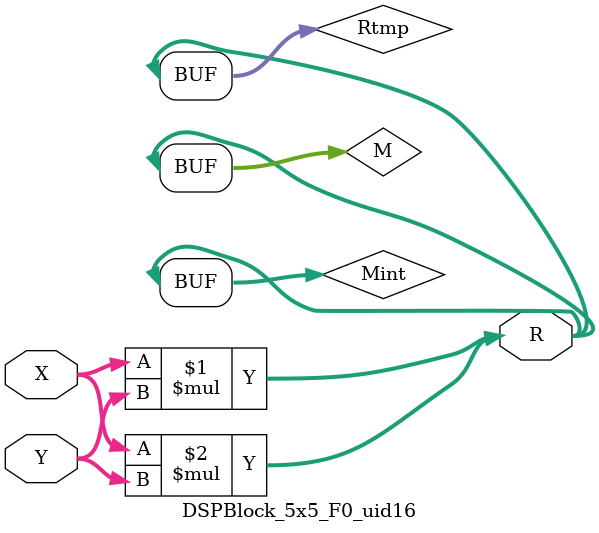
<source format=v>
`timescale 1ns / 1ps

module DSPBlock_5x5_F0_uid16 #(parameter N =4)(
    input signed [N-1:0] X,
    input signed [N-1:0] Y,
    output signed [2*N-1:0] R
);
    // Behavioral implementation of 5x5 multiplier
    assign R = X * Y;

    // Internal signals
    wire [2*N-1:0] Mint; // Intermediate product (full 10-bit result)
    wire [2*N-1:0] M;    // Truncated product (10-bit)
    wire [2*N-1:0] Rtmp; // Output buffer

    // Signed multiplication: X * Y
    assign Mint = X * Y;
    
    // Take the 10 least significant bits of the product
    assign M = Mint[2*N-1:0];
    
    // Buffer the result
    assign Rtmp = M;
    
    // Final output assignment
    assign R = Rtmp;
endmodule


</source>
